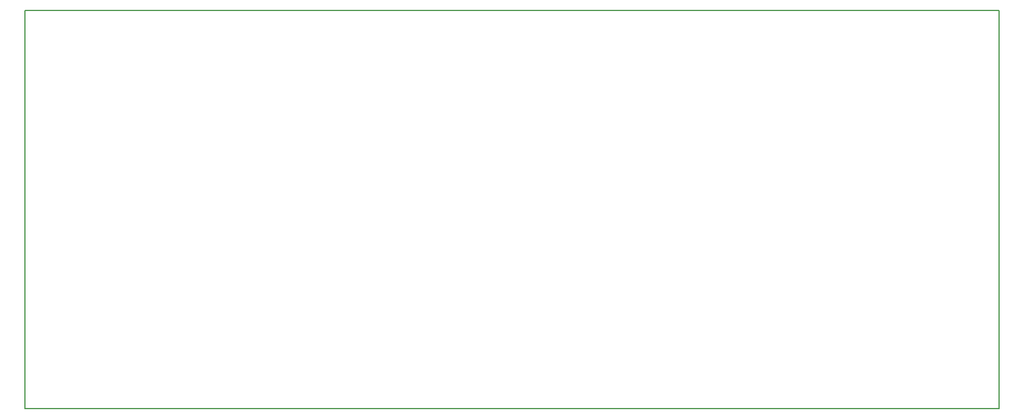
<source format=gbr>
%TF.GenerationSoftware,KiCad,Pcbnew,7.0.0-da2b9df05c~171~ubuntu20.04.1*%
%TF.CreationDate,2023-03-29T16:56:17-07:00*%
%TF.ProjectId,Motherboard,4d6f7468-6572-4626-9f61-72642e6b6963,rev?*%
%TF.SameCoordinates,Original*%
%TF.FileFunction,Profile,NP*%
%FSLAX46Y46*%
G04 Gerber Fmt 4.6, Leading zero omitted, Abs format (unit mm)*
G04 Created by KiCad (PCBNEW 7.0.0-da2b9df05c~171~ubuntu20.04.1) date 2023-03-29 16:56:17*
%MOMM*%
%LPD*%
G01*
G04 APERTURE LIST*
%TA.AperFunction,Profile*%
%ADD10C,0.200000*%
%TD*%
G04 APERTURE END LIST*
D10*
X68580000Y-78740000D02*
X210820000Y-78740000D01*
X210820000Y-78740000D02*
X210820000Y-136890000D01*
X210820000Y-136890000D02*
X68580000Y-136890000D01*
X68580000Y-136890000D02*
X68580000Y-78740000D01*
M02*

</source>
